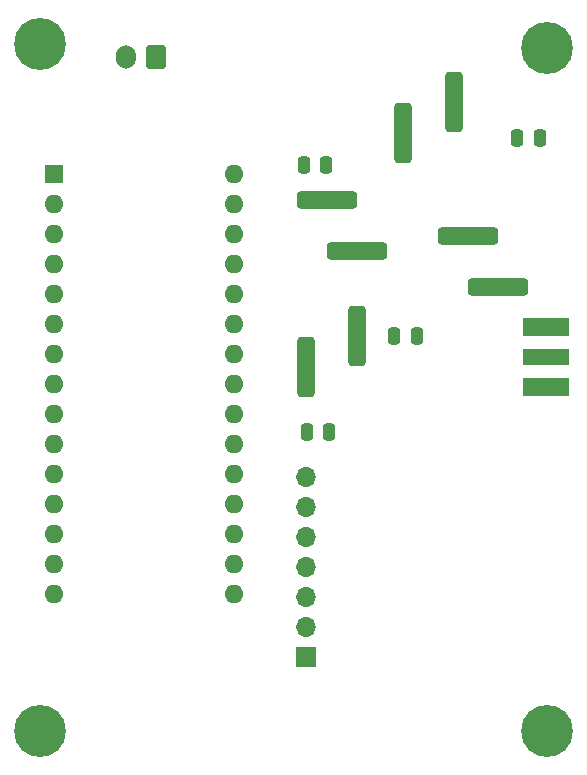
<source format=gts>
G04 #@! TF.GenerationSoftware,KiCad,Pcbnew,8.0.6*
G04 #@! TF.CreationDate,2024-10-20T12:02:02+02:00*
G04 #@! TF.ProjectId,foxy,666f7879-2e6b-4696-9361-645f70636258,rev?*
G04 #@! TF.SameCoordinates,Original*
G04 #@! TF.FileFunction,Soldermask,Top*
G04 #@! TF.FilePolarity,Negative*
%FSLAX46Y46*%
G04 Gerber Fmt 4.6, Leading zero omitted, Abs format (unit mm)*
G04 Created by KiCad (PCBNEW 8.0.6) date 2024-10-20 12:02:02*
%MOMM*%
%LPD*%
G01*
G04 APERTURE LIST*
G04 Aperture macros list*
%AMRoundRect*
0 Rectangle with rounded corners*
0 $1 Rounding radius*
0 $2 $3 $4 $5 $6 $7 $8 $9 X,Y pos of 4 corners*
0 Add a 4 corners polygon primitive as box body*
4,1,4,$2,$3,$4,$5,$6,$7,$8,$9,$2,$3,0*
0 Add four circle primitives for the rounded corners*
1,1,$1+$1,$2,$3*
1,1,$1+$1,$4,$5*
1,1,$1+$1,$6,$7*
1,1,$1+$1,$8,$9*
0 Add four rect primitives between the rounded corners*
20,1,$1+$1,$2,$3,$4,$5,0*
20,1,$1+$1,$4,$5,$6,$7,0*
20,1,$1+$1,$6,$7,$8,$9,0*
20,1,$1+$1,$8,$9,$2,$3,0*%
G04 Aperture macros list end*
%ADD10C,0.700000*%
%ADD11C,4.400000*%
%ADD12RoundRect,0.250000X0.600000X0.750000X-0.600000X0.750000X-0.600000X-0.750000X0.600000X-0.750000X0*%
%ADD13O,1.700000X2.000000*%
%ADD14RoundRect,0.370000X-0.370000X-2.210000X0.370000X-2.210000X0.370000X2.210000X-0.370000X2.210000X0*%
%ADD15R,1.700000X1.700000*%
%ADD16O,1.700000X1.700000*%
%ADD17RoundRect,0.250000X-0.250000X-0.475000X0.250000X-0.475000X0.250000X0.475000X-0.250000X0.475000X0*%
%ADD18RoundRect,0.370000X-2.210000X0.370000X-2.210000X-0.370000X2.210000X-0.370000X2.210000X0.370000X0*%
%ADD19R,1.600000X1.600000*%
%ADD20O,1.600000X1.600000*%
%ADD21RoundRect,0.250000X0.250000X0.475000X-0.250000X0.475000X-0.250000X-0.475000X0.250000X-0.475000X0*%
%ADD22R,4.000000X1.400000*%
%ADD23R,4.000000X1.500000*%
%ADD24RoundRect,0.370000X2.210000X-0.370000X2.210000X0.370000X-2.210000X0.370000X-2.210000X-0.370000X0*%
G04 APERTURE END LIST*
D10*
X136400000Y-125833274D03*
X136883274Y-124666548D03*
X136883274Y-127000000D03*
X138050000Y-124183274D03*
D11*
X138050000Y-125833274D03*
D10*
X138050000Y-127483274D03*
X139216726Y-124666548D03*
X139216726Y-127000000D03*
X139700000Y-125833274D03*
D12*
X104899000Y-68831000D03*
D13*
X102399000Y-68831000D03*
D14*
X117610000Y-95036000D03*
X121920000Y-92456000D03*
D15*
X117602000Y-119634000D03*
D16*
X117602000Y-117094000D03*
X117602000Y-114554000D03*
X117602000Y-112014000D03*
X117602000Y-109474000D03*
X117602000Y-106934000D03*
X117602000Y-104394000D03*
D17*
X135514000Y-75692000D03*
X137414000Y-75692000D03*
D10*
X93449274Y-125833274D03*
X93932548Y-124666548D03*
X93932548Y-127000000D03*
X95099274Y-124183274D03*
D11*
X95099274Y-125833274D03*
D10*
X95099274Y-127483274D03*
X96266000Y-124666548D03*
X96266000Y-127000000D03*
X96749274Y-125833274D03*
D17*
X117668000Y-100584000D03*
X119568000Y-100584000D03*
D18*
X131298000Y-83951000D03*
X133878000Y-88261000D03*
D10*
X93449274Y-67714726D03*
X93932548Y-66548000D03*
X93932548Y-68881452D03*
X95099274Y-66064726D03*
D11*
X95099274Y-67714726D03*
D10*
X95099274Y-69364726D03*
X96266000Y-66548000D03*
X96266000Y-68881452D03*
X96749274Y-67714726D03*
D14*
X125861000Y-75204000D03*
X130171000Y-72624000D03*
D10*
X136400000Y-68072000D03*
X136883274Y-66905274D03*
X136883274Y-69238726D03*
X138050000Y-66422000D03*
D11*
X138050000Y-68072000D03*
D10*
X138050000Y-69722000D03*
X139216726Y-66905274D03*
X139216726Y-69238726D03*
X139700000Y-68072000D03*
D19*
X96266000Y-78740000D03*
D20*
X96266000Y-81280000D03*
X96266000Y-83820000D03*
X96266000Y-86360000D03*
X96266000Y-88900000D03*
X96266000Y-91440000D03*
X96266000Y-93980000D03*
X96266000Y-96520000D03*
X96266000Y-99060000D03*
X96266000Y-101600000D03*
X96266000Y-104140000D03*
X96266000Y-106680000D03*
X96266000Y-109220000D03*
X96266000Y-111760000D03*
X96266000Y-114300000D03*
X111506000Y-114300000D03*
X111506000Y-111760000D03*
X111506000Y-109220000D03*
X111506000Y-106680000D03*
X111506000Y-104140000D03*
X111506000Y-101600000D03*
X111506000Y-99060000D03*
X111506000Y-96520000D03*
X111506000Y-93980000D03*
X111506000Y-91440000D03*
X111506000Y-88900000D03*
X111506000Y-86360000D03*
X111506000Y-83820000D03*
X111506000Y-81280000D03*
X111506000Y-78740000D03*
D21*
X119314000Y-77978000D03*
X117414000Y-77978000D03*
D22*
X137922000Y-94234000D03*
D23*
X137922000Y-91694000D03*
X137922000Y-96774000D03*
D17*
X125100000Y-92456000D03*
X127000000Y-92456000D03*
D24*
X121940000Y-85213000D03*
X119360000Y-80903000D03*
M02*

</source>
